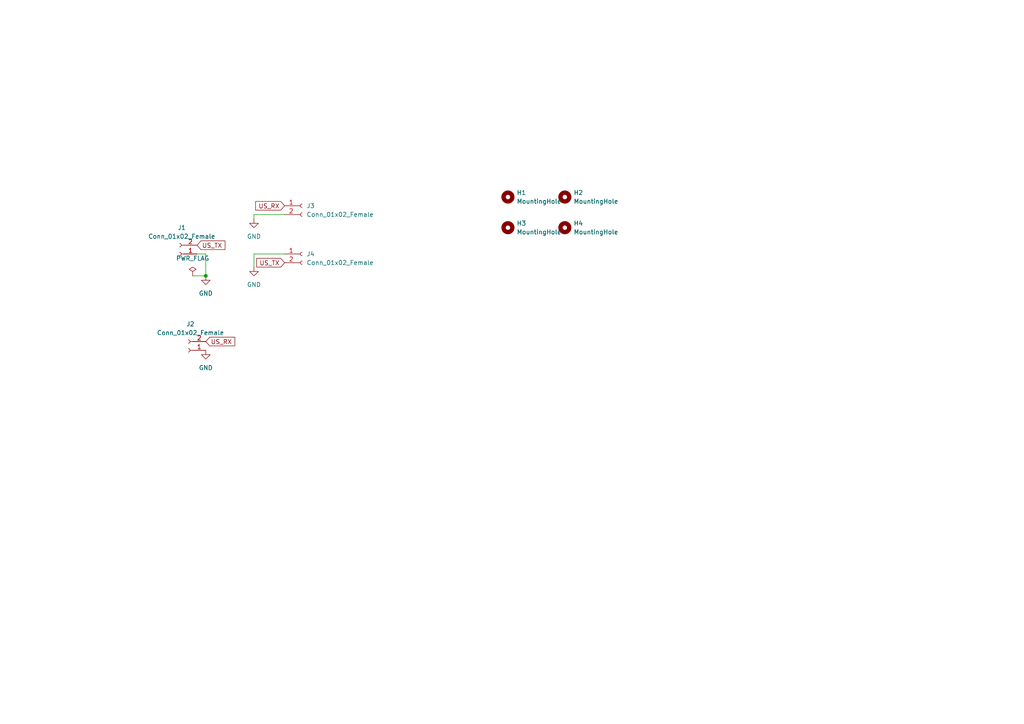
<source format=kicad_sch>
(kicad_sch (version 20211123) (generator eeschema)

  (uuid 14209e33-de65-4e18-9477-069ea4d64584)

  (paper "A4")

  (lib_symbols
    (symbol "Connector:Conn_01x02_Female" (pin_names (offset 1.016) hide) (in_bom yes) (on_board yes)
      (property "Reference" "J" (id 0) (at 0 2.54 0)
        (effects (font (size 1.27 1.27)))
      )
      (property "Value" "Conn_01x02_Female" (id 1) (at 0 -5.08 0)
        (effects (font (size 1.27 1.27)))
      )
      (property "Footprint" "" (id 2) (at 0 0 0)
        (effects (font (size 1.27 1.27)) hide)
      )
      (property "Datasheet" "~" (id 3) (at 0 0 0)
        (effects (font (size 1.27 1.27)) hide)
      )
      (property "ki_keywords" "connector" (id 4) (at 0 0 0)
        (effects (font (size 1.27 1.27)) hide)
      )
      (property "ki_description" "Generic connector, single row, 01x02, script generated (kicad-library-utils/schlib/autogen/connector/)" (id 5) (at 0 0 0)
        (effects (font (size 1.27 1.27)) hide)
      )
      (property "ki_fp_filters" "Connector*:*_1x??_*" (id 6) (at 0 0 0)
        (effects (font (size 1.27 1.27)) hide)
      )
      (symbol "Conn_01x02_Female_1_1"
        (arc (start 0 -2.032) (mid -0.508 -2.54) (end 0 -3.048)
          (stroke (width 0.1524) (type default) (color 0 0 0 0))
          (fill (type none))
        )
        (polyline
          (pts
            (xy -1.27 -2.54)
            (xy -0.508 -2.54)
          )
          (stroke (width 0.1524) (type default) (color 0 0 0 0))
          (fill (type none))
        )
        (polyline
          (pts
            (xy -1.27 0)
            (xy -0.508 0)
          )
          (stroke (width 0.1524) (type default) (color 0 0 0 0))
          (fill (type none))
        )
        (arc (start 0 0.508) (mid -0.508 0) (end 0 -0.508)
          (stroke (width 0.1524) (type default) (color 0 0 0 0))
          (fill (type none))
        )
        (pin passive line (at -5.08 0 0) (length 3.81)
          (name "Pin_1" (effects (font (size 1.27 1.27))))
          (number "1" (effects (font (size 1.27 1.27))))
        )
        (pin passive line (at -5.08 -2.54 0) (length 3.81)
          (name "Pin_2" (effects (font (size 1.27 1.27))))
          (number "2" (effects (font (size 1.27 1.27))))
        )
      )
    )
    (symbol "Mechanical:MountingHole" (pin_names (offset 1.016)) (in_bom yes) (on_board yes)
      (property "Reference" "H" (id 0) (at 0 5.08 0)
        (effects (font (size 1.27 1.27)))
      )
      (property "Value" "MountingHole" (id 1) (at 0 3.175 0)
        (effects (font (size 1.27 1.27)))
      )
      (property "Footprint" "" (id 2) (at 0 0 0)
        (effects (font (size 1.27 1.27)) hide)
      )
      (property "Datasheet" "~" (id 3) (at 0 0 0)
        (effects (font (size 1.27 1.27)) hide)
      )
      (property "ki_keywords" "mounting hole" (id 4) (at 0 0 0)
        (effects (font (size 1.27 1.27)) hide)
      )
      (property "ki_description" "Mounting Hole without connection" (id 5) (at 0 0 0)
        (effects (font (size 1.27 1.27)) hide)
      )
      (property "ki_fp_filters" "MountingHole*" (id 6) (at 0 0 0)
        (effects (font (size 1.27 1.27)) hide)
      )
      (symbol "MountingHole_0_1"
        (circle (center 0 0) (radius 1.27)
          (stroke (width 1.27) (type default) (color 0 0 0 0))
          (fill (type none))
        )
      )
    )
    (symbol "power:GND" (power) (pin_names (offset 0)) (in_bom yes) (on_board yes)
      (property "Reference" "#PWR" (id 0) (at 0 -6.35 0)
        (effects (font (size 1.27 1.27)) hide)
      )
      (property "Value" "GND" (id 1) (at 0 -3.81 0)
        (effects (font (size 1.27 1.27)))
      )
      (property "Footprint" "" (id 2) (at 0 0 0)
        (effects (font (size 1.27 1.27)) hide)
      )
      (property "Datasheet" "" (id 3) (at 0 0 0)
        (effects (font (size 1.27 1.27)) hide)
      )
      (property "ki_keywords" "power-flag" (id 4) (at 0 0 0)
        (effects (font (size 1.27 1.27)) hide)
      )
      (property "ki_description" "Power symbol creates a global label with name \"GND\" , ground" (id 5) (at 0 0 0)
        (effects (font (size 1.27 1.27)) hide)
      )
      (symbol "GND_0_1"
        (polyline
          (pts
            (xy 0 0)
            (xy 0 -1.27)
            (xy 1.27 -1.27)
            (xy 0 -2.54)
            (xy -1.27 -1.27)
            (xy 0 -1.27)
          )
          (stroke (width 0) (type default) (color 0 0 0 0))
          (fill (type none))
        )
      )
      (symbol "GND_1_1"
        (pin power_in line (at 0 0 270) (length 0) hide
          (name "GND" (effects (font (size 1.27 1.27))))
          (number "1" (effects (font (size 1.27 1.27))))
        )
      )
    )
    (symbol "power:PWR_FLAG" (power) (pin_numbers hide) (pin_names (offset 0) hide) (in_bom yes) (on_board yes)
      (property "Reference" "#FLG" (id 0) (at 0 1.905 0)
        (effects (font (size 1.27 1.27)) hide)
      )
      (property "Value" "PWR_FLAG" (id 1) (at 0 3.81 0)
        (effects (font (size 1.27 1.27)))
      )
      (property "Footprint" "" (id 2) (at 0 0 0)
        (effects (font (size 1.27 1.27)) hide)
      )
      (property "Datasheet" "~" (id 3) (at 0 0 0)
        (effects (font (size 1.27 1.27)) hide)
      )
      (property "ki_keywords" "power-flag" (id 4) (at 0 0 0)
        (effects (font (size 1.27 1.27)) hide)
      )
      (property "ki_description" "Special symbol for telling ERC where power comes from" (id 5) (at 0 0 0)
        (effects (font (size 1.27 1.27)) hide)
      )
      (symbol "PWR_FLAG_0_0"
        (pin power_out line (at 0 0 90) (length 0)
          (name "pwr" (effects (font (size 1.27 1.27))))
          (number "1" (effects (font (size 1.27 1.27))))
        )
      )
      (symbol "PWR_FLAG_0_1"
        (polyline
          (pts
            (xy 0 0)
            (xy 0 1.27)
            (xy -1.016 1.905)
            (xy 0 2.54)
            (xy 1.016 1.905)
            (xy 0 1.27)
          )
          (stroke (width 0) (type default) (color 0 0 0 0))
          (fill (type none))
        )
      )
    )
  )

  (junction (at 59.69 80.01) (diameter 0) (color 0 0 0 0)
    (uuid 0bd89b0f-9363-4a31-9b6b-d192e760affb)
  )

  (wire (pts (xy 82.55 73.66) (xy 73.66 73.66))
    (stroke (width 0) (type default) (color 0 0 0 0))
    (uuid 40265176-a7df-4fbf-945d-4df296214482)
  )
  (wire (pts (xy 73.66 62.23) (xy 82.55 62.23))
    (stroke (width 0) (type default) (color 0 0 0 0))
    (uuid 419a5f5a-58bd-4d8c-a913-e5bf48dee7d2)
  )
  (wire (pts (xy 59.69 73.66) (xy 57.15 73.66))
    (stroke (width 0) (type default) (color 0 0 0 0))
    (uuid 4db77ac8-fa91-4f47-847c-0dbb3a3ed94e)
  )
  (wire (pts (xy 59.69 73.66) (xy 59.69 80.01))
    (stroke (width 0) (type default) (color 0 0 0 0))
    (uuid 6d6ad8d8-96bd-4113-b597-0bc0e74743d8)
  )
  (wire (pts (xy 73.66 62.23) (xy 73.66 63.5))
    (stroke (width 0) (type default) (color 0 0 0 0))
    (uuid 8a1c0a94-e4b1-44b9-bd16-20e33b49f5ea)
  )
  (wire (pts (xy 55.88 80.01) (xy 59.69 80.01))
    (stroke (width 0) (type default) (color 0 0 0 0))
    (uuid e62437a3-5a75-4f73-b5c9-ddcdd6de7928)
  )
  (wire (pts (xy 73.66 73.66) (xy 73.66 77.47))
    (stroke (width 0) (type default) (color 0 0 0 0))
    (uuid e7b9ab29-7ae2-49c9-a4da-525044a7346e)
  )

  (global_label "US_RX" (shape input) (at 59.69 99.06 0) (fields_autoplaced)
    (effects (font (size 1.27 1.27)) (justify left))
    (uuid 582bdc9a-cf15-43c9-a687-039d9fdcbdb0)
    (property "Intersheet References" "${INTERSHEET_REFS}" (id 0) (at 68.0902 98.9806 0)
      (effects (font (size 1.27 1.27)) (justify left) hide)
    )
  )
  (global_label "US_TX" (shape input) (at 57.15 71.12 0) (fields_autoplaced)
    (effects (font (size 1.27 1.27)) (justify left))
    (uuid aad949ea-d387-42f4-bd45-ad3d6610a32c)
    (property "Intersheet References" "${INTERSHEET_REFS}" (id 0) (at 65.2479 71.1994 0)
      (effects (font (size 1.27 1.27)) (justify left) hide)
    )
  )
  (global_label "US_RX" (shape input) (at 82.55 59.69 180) (fields_autoplaced)
    (effects (font (size 1.27 1.27)) (justify right))
    (uuid c50b90f2-25d0-4946-9af8-35d940b43e3f)
    (property "Intersheet References" "${INTERSHEET_REFS}" (id 0) (at 74.1498 59.7694 0)
      (effects (font (size 1.27 1.27)) (justify right) hide)
    )
  )
  (global_label "US_TX" (shape input) (at 82.55 76.2 180) (fields_autoplaced)
    (effects (font (size 1.27 1.27)) (justify right))
    (uuid cf775262-1232-49ea-bba3-234d44fb0309)
    (property "Intersheet References" "${INTERSHEET_REFS}" (id 0) (at 74.4521 76.1206 0)
      (effects (font (size 1.27 1.27)) (justify right) hide)
    )
  )

  (symbol (lib_id "power:GND") (at 59.69 80.01 0) (unit 1)
    (in_bom yes) (on_board yes) (fields_autoplaced)
    (uuid 032ea1a0-988d-424e-b8c5-f47a41b496ee)
    (property "Reference" "#PWR03" (id 0) (at 59.69 86.36 0)
      (effects (font (size 1.27 1.27)) hide)
    )
    (property "Value" "GND" (id 1) (at 59.69 85.09 0))
    (property "Footprint" "" (id 2) (at 59.69 80.01 0)
      (effects (font (size 1.27 1.27)) hide)
    )
    (property "Datasheet" "" (id 3) (at 59.69 80.01 0)
      (effects (font (size 1.27 1.27)) hide)
    )
    (pin "1" (uuid 3937ef4e-928d-43cc-8caa-fbba9852028e))
  )

  (symbol (lib_id "power:PWR_FLAG") (at 55.88 80.01 0) (unit 1)
    (in_bom yes) (on_board yes) (fields_autoplaced)
    (uuid 1b7247f0-892d-4f8c-9bff-0670111939d0)
    (property "Reference" "#FLG01" (id 0) (at 55.88 78.105 0)
      (effects (font (size 1.27 1.27)) hide)
    )
    (property "Value" "PWR_FLAG" (id 1) (at 55.88 74.93 0))
    (property "Footprint" "" (id 2) (at 55.88 80.01 0)
      (effects (font (size 1.27 1.27)) hide)
    )
    (property "Datasheet" "~" (id 3) (at 55.88 80.01 0)
      (effects (font (size 1.27 1.27)) hide)
    )
    (pin "1" (uuid 8f1feaa4-445b-454a-88de-f0441c91a638))
  )

  (symbol (lib_id "Mechanical:MountingHole") (at 163.83 57.15 0) (unit 1)
    (in_bom yes) (on_board yes) (fields_autoplaced)
    (uuid 30828c07-ad38-458c-b1d5-fef441bd9a7b)
    (property "Reference" "H2" (id 0) (at 166.37 55.8799 0)
      (effects (font (size 1.27 1.27)) (justify left))
    )
    (property "Value" "MountingHole" (id 1) (at 166.37 58.4199 0)
      (effects (font (size 1.27 1.27)) (justify left))
    )
    (property "Footprint" "MountingHole:MountingHole_2.7mm_M2.5" (id 2) (at 163.83 57.15 0)
      (effects (font (size 1.27 1.27)) hide)
    )
    (property "Datasheet" "~" (id 3) (at 163.83 57.15 0)
      (effects (font (size 1.27 1.27)) hide)
    )
  )

  (symbol (lib_id "power:GND") (at 73.66 63.5 0) (unit 1)
    (in_bom yes) (on_board yes) (fields_autoplaced)
    (uuid 416fae6b-aa9c-4473-9995-f04c56755d9c)
    (property "Reference" "#PWR01" (id 0) (at 73.66 69.85 0)
      (effects (font (size 1.27 1.27)) hide)
    )
    (property "Value" "GND" (id 1) (at 73.66 68.58 0))
    (property "Footprint" "" (id 2) (at 73.66 63.5 0)
      (effects (font (size 1.27 1.27)) hide)
    )
    (property "Datasheet" "" (id 3) (at 73.66 63.5 0)
      (effects (font (size 1.27 1.27)) hide)
    )
    (pin "1" (uuid 26cdb94e-9491-4cf4-ace6-322d474c7e18))
  )

  (symbol (lib_id "power:GND") (at 59.69 101.6 0) (unit 1)
    (in_bom yes) (on_board yes) (fields_autoplaced)
    (uuid 45cfc162-113a-47d8-b3c7-ec40f494ac9d)
    (property "Reference" "#PWR0101" (id 0) (at 59.69 107.95 0)
      (effects (font (size 1.27 1.27)) hide)
    )
    (property "Value" "GND" (id 1) (at 59.69 106.68 0))
    (property "Footprint" "" (id 2) (at 59.69 101.6 0)
      (effects (font (size 1.27 1.27)) hide)
    )
    (property "Datasheet" "" (id 3) (at 59.69 101.6 0)
      (effects (font (size 1.27 1.27)) hide)
    )
    (pin "1" (uuid 7856ff63-8fe0-43a6-af73-55daebfa372b))
  )

  (symbol (lib_id "Connector:Conn_01x02_Female") (at 87.63 59.69 0) (unit 1)
    (in_bom yes) (on_board yes) (fields_autoplaced)
    (uuid 882a03d3-cb3c-470f-b7bd-f41b3baba853)
    (property "Reference" "J3" (id 0) (at 88.9 59.6899 0)
      (effects (font (size 1.27 1.27)) (justify left))
    )
    (property "Value" "Conn_01x02_Female" (id 1) (at 88.9 62.2299 0)
      (effects (font (size 1.27 1.27)) (justify left))
    )
    (property "Footprint" "Connector_PinSocket_2.54mm:PinSocket_1x02_P2.54mm_Vertical" (id 2) (at 87.63 59.69 0)
      (effects (font (size 1.27 1.27)) hide)
    )
    (property "Datasheet" "~" (id 3) (at 87.63 59.69 0)
      (effects (font (size 1.27 1.27)) hide)
    )
    (pin "1" (uuid f0e5c567-c696-4c0e-8b92-197757a46b75))
    (pin "2" (uuid f49fbb5e-7995-4ca5-8cad-1b0ff3b2a303))
  )

  (symbol (lib_id "Mechanical:MountingHole") (at 147.32 57.15 0) (unit 1)
    (in_bom yes) (on_board yes) (fields_autoplaced)
    (uuid 8b6743ef-411f-4144-9e87-eb807e029c3c)
    (property "Reference" "H1" (id 0) (at 149.86 55.8799 0)
      (effects (font (size 1.27 1.27)) (justify left))
    )
    (property "Value" "MountingHole" (id 1) (at 149.86 58.4199 0)
      (effects (font (size 1.27 1.27)) (justify left))
    )
    (property "Footprint" "MountingHole:MountingHole_2.7mm_M2.5" (id 2) (at 147.32 57.15 0)
      (effects (font (size 1.27 1.27)) hide)
    )
    (property "Datasheet" "~" (id 3) (at 147.32 57.15 0)
      (effects (font (size 1.27 1.27)) hide)
    )
  )

  (symbol (lib_id "Mechanical:MountingHole") (at 147.32 66.04 0) (unit 1)
    (in_bom yes) (on_board yes) (fields_autoplaced)
    (uuid 95ac1c94-d527-4a0f-bdc1-8802a384a065)
    (property "Reference" "H3" (id 0) (at 149.86 64.7699 0)
      (effects (font (size 1.27 1.27)) (justify left))
    )
    (property "Value" "MountingHole" (id 1) (at 149.86 67.3099 0)
      (effects (font (size 1.27 1.27)) (justify left))
    )
    (property "Footprint" "MountingHole:MountingHole_2.7mm_M2.5" (id 2) (at 147.32 66.04 0)
      (effects (font (size 1.27 1.27)) hide)
    )
    (property "Datasheet" "~" (id 3) (at 147.32 66.04 0)
      (effects (font (size 1.27 1.27)) hide)
    )
  )

  (symbol (lib_id "power:GND") (at 73.66 77.47 0) (unit 1)
    (in_bom yes) (on_board yes) (fields_autoplaced)
    (uuid afdc3685-a922-413e-9793-4c73d4d74878)
    (property "Reference" "#PWR02" (id 0) (at 73.66 83.82 0)
      (effects (font (size 1.27 1.27)) hide)
    )
    (property "Value" "GND" (id 1) (at 73.66 82.55 0))
    (property "Footprint" "" (id 2) (at 73.66 77.47 0)
      (effects (font (size 1.27 1.27)) hide)
    )
    (property "Datasheet" "" (id 3) (at 73.66 77.47 0)
      (effects (font (size 1.27 1.27)) hide)
    )
    (pin "1" (uuid 03a66c9b-1e93-45eb-bfa9-0229cfb5b6a9))
  )

  (symbol (lib_id "Connector:Conn_01x02_Female") (at 87.63 73.66 0) (unit 1)
    (in_bom yes) (on_board yes) (fields_autoplaced)
    (uuid be6fc695-de0e-4828-9a30-e49472d98f32)
    (property "Reference" "J4" (id 0) (at 88.9 73.6599 0)
      (effects (font (size 1.27 1.27)) (justify left))
    )
    (property "Value" "Conn_01x02_Female" (id 1) (at 88.9 76.1999 0)
      (effects (font (size 1.27 1.27)) (justify left))
    )
    (property "Footprint" "Connector_PinSocket_2.54mm:PinSocket_1x02_P2.54mm_Vertical" (id 2) (at 87.63 73.66 0)
      (effects (font (size 1.27 1.27)) hide)
    )
    (property "Datasheet" "~" (id 3) (at 87.63 73.66 0)
      (effects (font (size 1.27 1.27)) hide)
    )
    (pin "1" (uuid 5b513368-bb12-4dee-9e31-702476c64dad))
    (pin "2" (uuid 0ed68e22-1c4b-400a-870e-2ed9427954c1))
  )

  (symbol (lib_id "Connector:Conn_01x02_Female") (at 52.07 73.66 180) (unit 1)
    (in_bom yes) (on_board yes) (fields_autoplaced)
    (uuid bf31921d-a5b1-4530-be57-a2b310f8ae2d)
    (property "Reference" "J1" (id 0) (at 52.705 66.04 0))
    (property "Value" "Conn_01x02_Female" (id 1) (at 52.705 68.58 0))
    (property "Footprint" "Connector_JST:JST_PH_S2B-PH-K_1x02_P2.00mm_Horizontal" (id 2) (at 52.07 73.66 0)
      (effects (font (size 1.27 1.27)) hide)
    )
    (property "Datasheet" "~" (id 3) (at 52.07 73.66 0)
      (effects (font (size 1.27 1.27)) hide)
    )
    (pin "1" (uuid ae4b5255-21a0-4c4a-8f1f-6c79e69a76f0))
    (pin "2" (uuid 8af3c7fe-31a5-4049-a808-a9789170cf52))
  )

  (symbol (lib_id "Connector:Conn_01x02_Female") (at 54.61 101.6 180) (unit 1)
    (in_bom yes) (on_board yes) (fields_autoplaced)
    (uuid c9fb7584-4114-43ef-be9f-7cc14541fc4f)
    (property "Reference" "J2" (id 0) (at 55.245 93.98 0))
    (property "Value" "Conn_01x02_Female" (id 1) (at 55.245 96.52 0))
    (property "Footprint" "Connector_JST:JST_PH_S2B-PH-K_1x02_P2.00mm_Horizontal" (id 2) (at 54.61 101.6 0)
      (effects (font (size 1.27 1.27)) hide)
    )
    (property "Datasheet" "~" (id 3) (at 54.61 101.6 0)
      (effects (font (size 1.27 1.27)) hide)
    )
    (pin "1" (uuid 2f89dad4-ec99-4389-92e7-6fc2194a780a))
    (pin "2" (uuid b610db9f-7ab4-427b-a9f7-4a6d73da2be4))
  )

  (symbol (lib_id "Mechanical:MountingHole") (at 163.83 66.04 0) (unit 1)
    (in_bom yes) (on_board yes) (fields_autoplaced)
    (uuid e061555b-070e-4a11-b62e-064cdd3f57df)
    (property "Reference" "H4" (id 0) (at 166.37 64.7699 0)
      (effects (font (size 1.27 1.27)) (justify left))
    )
    (property "Value" "MountingHole" (id 1) (at 166.37 67.3099 0)
      (effects (font (size 1.27 1.27)) (justify left))
    )
    (property "Footprint" "MountingHole:MountingHole_2.7mm_M2.5" (id 2) (at 163.83 66.04 0)
      (effects (font (size 1.27 1.27)) hide)
    )
    (property "Datasheet" "~" (id 3) (at 163.83 66.04 0)
      (effects (font (size 1.27 1.27)) hide)
    )
  )

  (sheet_instances
    (path "/" (page "1"))
  )

  (symbol_instances
    (path "/1b7247f0-892d-4f8c-9bff-0670111939d0"
      (reference "#FLG01") (unit 1) (value "PWR_FLAG") (footprint "")
    )
    (path "/416fae6b-aa9c-4473-9995-f04c56755d9c"
      (reference "#PWR01") (unit 1) (value "GND") (footprint "")
    )
    (path "/afdc3685-a922-413e-9793-4c73d4d74878"
      (reference "#PWR02") (unit 1) (value "GND") (footprint "")
    )
    (path "/032ea1a0-988d-424e-b8c5-f47a41b496ee"
      (reference "#PWR03") (unit 1) (value "GND") (footprint "")
    )
    (path "/45cfc162-113a-47d8-b3c7-ec40f494ac9d"
      (reference "#PWR0101") (unit 1) (value "GND") (footprint "")
    )
    (path "/8b6743ef-411f-4144-9e87-eb807e029c3c"
      (reference "H1") (unit 1) (value "MountingHole") (footprint "MountingHole:MountingHole_2.7mm_M2.5")
    )
    (path "/30828c07-ad38-458c-b1d5-fef441bd9a7b"
      (reference "H2") (unit 1) (value "MountingHole") (footprint "MountingHole:MountingHole_2.7mm_M2.5")
    )
    (path "/95ac1c94-d527-4a0f-bdc1-8802a384a065"
      (reference "H3") (unit 1) (value "MountingHole") (footprint "MountingHole:MountingHole_2.7mm_M2.5")
    )
    (path "/e061555b-070e-4a11-b62e-064cdd3f57df"
      (reference "H4") (unit 1) (value "MountingHole") (footprint "MountingHole:MountingHole_2.7mm_M2.5")
    )
    (path "/bf31921d-a5b1-4530-be57-a2b310f8ae2d"
      (reference "J1") (unit 1) (value "Conn_01x02_Female") (footprint "Connector_JST:JST_PH_S2B-PH-K_1x02_P2.00mm_Horizontal")
    )
    (path "/c9fb7584-4114-43ef-be9f-7cc14541fc4f"
      (reference "J2") (unit 1) (value "Conn_01x02_Female") (footprint "Connector_JST:JST_PH_S2B-PH-K_1x02_P2.00mm_Horizontal")
    )
    (path "/882a03d3-cb3c-470f-b7bd-f41b3baba853"
      (reference "J3") (unit 1) (value "Conn_01x02_Female") (footprint "Connector_PinSocket_2.54mm:PinSocket_1x02_P2.54mm_Vertical")
    )
    (path "/be6fc695-de0e-4828-9a30-e49472d98f32"
      (reference "J4") (unit 1) (value "Conn_01x02_Female") (footprint "Connector_PinSocket_2.54mm:PinSocket_1x02_P2.54mm_Vertical")
    )
  )
)

</source>
